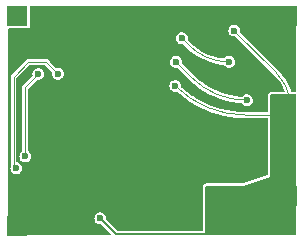
<source format=gbl>
%TF.GenerationSoftware,KiCad,Pcbnew,8.0.7*%
%TF.CreationDate,2024-12-30T16:44:34+01:00*%
%TF.ProjectId,arnie48,61726e69-6534-4382-9e6b-696361645f70,rev?*%
%TF.SameCoordinates,Original*%
%TF.FileFunction,Copper,L2,Bot*%
%TF.FilePolarity,Positive*%
%FSLAX46Y46*%
G04 Gerber Fmt 4.6, Leading zero omitted, Abs format (unit mm)*
G04 Created by KiCad (PCBNEW 8.0.7) date 2024-12-30 16:44:34*
%MOMM*%
%LPD*%
G01*
G04 APERTURE LIST*
%TA.AperFunction,ComponentPad*%
%ADD10R,1.700000X1.700000*%
%TD*%
%TA.AperFunction,ViaPad*%
%ADD11C,0.600000*%
%TD*%
%TA.AperFunction,Conductor*%
%ADD12C,0.200000*%
%TD*%
%TA.AperFunction,Conductor*%
%ADD13C,0.125000*%
%TD*%
%TA.AperFunction,Conductor*%
%ADD14C,0.100000*%
%TD*%
G04 APERTURE END LIST*
D10*
%TO.P,J3,1,Pin_1*%
%TO.N,GND*%
X98930000Y-106110000D03*
%TD*%
%TO.P,J4,1,Pin_1*%
%TO.N,GND*%
X76070000Y-123890000D03*
%TD*%
%TO.P,J1,1,Pin_1*%
%TO.N,Vin*%
X76070000Y-106110000D03*
%TD*%
%TO.P,J2,1,Pin_1*%
%TO.N,Vout*%
X98930000Y-121350000D03*
%TD*%
D11*
%TO.N,GND*%
X86000000Y-117250000D03*
X95250000Y-119000000D03*
X83800000Y-113250000D03*
X91000000Y-106500000D03*
X89500000Y-111000000D03*
X97700000Y-109700000D03*
X86000000Y-113250000D03*
X95500000Y-115250000D03*
X88000000Y-115750000D03*
X99250000Y-111250000D03*
X83800000Y-117250000D03*
X89500000Y-109000000D03*
X80400000Y-110800000D03*
X83000000Y-109250000D03*
X84000000Y-109250000D03*
%TO.N,Vout*%
X89450000Y-112038181D03*
X96250000Y-121500000D03*
X94450000Y-107350000D03*
X99250000Y-114500000D03*
X92500000Y-122750000D03*
X99250000Y-124250000D03*
X92500000Y-121500000D03*
X98000000Y-119000000D03*
X83100000Y-123250000D03*
%TO.N,/ID_UVLO*%
X76750000Y-118000000D03*
X77862201Y-111025000D03*
%TO.N,/ID_OVLO*%
X76000000Y-119000000D03*
X79500000Y-111000000D03*
%TO.N,/DCDC_UVLO*%
X89500000Y-110000000D03*
X95500000Y-113250000D03*
%TO.N,Net-(U2-PG)*%
X94000000Y-110000000D03*
X90000000Y-108000000D03*
%TD*%
D12*
%TO.N,Vout*%
X83100000Y-123250000D02*
X84450000Y-124600000D01*
X95680000Y-124600000D02*
X96390000Y-123890000D01*
D13*
X99250000Y-114500000D02*
X95393356Y-114500000D01*
X99204359Y-114454359D02*
X99204359Y-113344258D01*
D12*
X96390000Y-123890000D02*
X96271917Y-124004936D01*
D13*
X97941852Y-110841852D02*
X94450000Y-107350000D01*
D12*
X84450000Y-124600000D02*
X95680000Y-124600000D01*
D13*
X99250000Y-114500000D02*
X99204359Y-114454359D01*
X95393356Y-114500000D02*
G75*
G02*
X89450017Y-112038164I44J8405200D01*
G01*
X99204359Y-113344258D02*
G75*
G03*
X97941862Y-110841842I-4442959J-671842D01*
G01*
D14*
%TO.N,/ID_UVLO*%
X77862201Y-111025000D02*
X76750000Y-112137201D01*
X76750000Y-112137201D02*
X76750000Y-118000000D01*
%TO.N,/ID_OVLO*%
X78500000Y-110000000D02*
X79500000Y-111000000D01*
X75750000Y-111250000D02*
X77000000Y-110000000D01*
X75750000Y-118750000D02*
X75750000Y-111250000D01*
X76000000Y-119000000D02*
X75750000Y-118750000D01*
X77000000Y-110000000D02*
X78500000Y-110000000D01*
D13*
%TO.N,/DCDC_UVLO*%
X90805457Y-111305456D02*
X89500000Y-110000000D01*
X95500000Y-113250000D02*
G75*
G02*
X90805454Y-111305459I0J6639100D01*
G01*
%TO.N,Net-(U2-PG)*%
X90585787Y-108585786D02*
X90000000Y-108000000D01*
X94000000Y-110000000D02*
G75*
G02*
X90585792Y-108585781I0J4828400D01*
G01*
%TD*%
%TA.AperFunction,Conductor*%
%TO.N,Vout*%
G36*
X99681487Y-112768013D02*
G01*
X99699500Y-112811500D01*
X99699500Y-120963000D01*
X99681487Y-121006487D01*
X99638000Y-121024500D01*
X99387145Y-121024500D01*
X99304366Y-121046680D01*
X99304362Y-121046682D01*
X99230139Y-121089534D01*
X99230134Y-121089538D01*
X99169538Y-121150134D01*
X99169534Y-121150139D01*
X99126682Y-121224362D01*
X99126680Y-121224366D01*
X99104500Y-121307144D01*
X99104500Y-121392855D01*
X99126680Y-121475633D01*
X99126681Y-121475635D01*
X99126682Y-121475638D01*
X99169535Y-121549862D01*
X99230138Y-121610465D01*
X99304362Y-121653318D01*
X99304366Y-121653319D01*
X99387145Y-121675500D01*
X99387147Y-121675500D01*
X99638000Y-121675500D01*
X99681487Y-121693513D01*
X99699500Y-121737000D01*
X99699500Y-124638000D01*
X99681487Y-124681487D01*
X99638000Y-124699500D01*
X92061500Y-124699500D01*
X92018013Y-124681487D01*
X92000000Y-124638000D01*
X92000000Y-120561500D01*
X92018013Y-120518013D01*
X92061500Y-120500000D01*
X95250001Y-120500000D01*
X97500000Y-119750000D01*
X97500000Y-112811500D01*
X97518013Y-112768013D01*
X97561500Y-112750000D01*
X99638000Y-112750000D01*
X99681487Y-112768013D01*
G37*
%TD.AperFunction*%
%TD*%
%TA.AperFunction,Conductor*%
%TO.N,GND*%
G36*
X98586487Y-105318513D02*
G01*
X98604500Y-105362000D01*
X98604500Y-105652855D01*
X98626680Y-105735633D01*
X98626681Y-105735635D01*
X98626682Y-105735638D01*
X98669535Y-105809862D01*
X98730138Y-105870465D01*
X98804362Y-105913318D01*
X98814145Y-105915939D01*
X98887145Y-105935500D01*
X98887147Y-105935500D01*
X98972854Y-105935500D01*
X99026867Y-105921027D01*
X99049793Y-105914884D01*
X99096461Y-105921027D01*
X99125115Y-105958370D01*
X99125116Y-105990205D01*
X99104500Y-106067147D01*
X99104500Y-106152855D01*
X99126680Y-106235633D01*
X99126681Y-106235635D01*
X99126682Y-106235638D01*
X99169535Y-106309862D01*
X99230138Y-106370465D01*
X99304362Y-106413318D01*
X99304366Y-106413319D01*
X99387145Y-106435500D01*
X99387147Y-106435500D01*
X99638000Y-106435500D01*
X99681487Y-106453513D01*
X99699500Y-106497000D01*
X99699500Y-112483000D01*
X99681487Y-112526487D01*
X99638000Y-112544500D01*
X99329529Y-112544500D01*
X99286042Y-112526487D01*
X99270936Y-112501683D01*
X99235770Y-112391396D01*
X99235769Y-112391395D01*
X99235768Y-112391390D01*
X99093017Y-112042080D01*
X98923045Y-111705176D01*
X98899049Y-111665733D01*
X98821346Y-111538007D01*
X98726920Y-111382793D01*
X98726450Y-111382143D01*
X98571284Y-111167457D01*
X98505876Y-111076959D01*
X98440376Y-110999999D01*
X98261313Y-110789606D01*
X98261303Y-110789595D01*
X98169214Y-110697348D01*
X98168889Y-110696951D01*
X98127960Y-110656022D01*
X98091724Y-110619715D01*
X98091273Y-110619335D01*
X94960607Y-107488669D01*
X94942594Y-107445182D01*
X94943220Y-107436429D01*
X94943633Y-107433559D01*
X94955647Y-107350000D01*
X94935165Y-107207543D01*
X94913680Y-107160499D01*
X94888130Y-107104552D01*
X94875377Y-107076627D01*
X94781128Y-106967857D01*
X94781125Y-106967855D01*
X94781124Y-106967854D01*
X94660055Y-106890048D01*
X94660048Y-106890045D01*
X94571076Y-106863921D01*
X94521961Y-106849500D01*
X94378039Y-106849500D01*
X94239951Y-106890045D01*
X94239944Y-106890048D01*
X94118875Y-106967854D01*
X94118874Y-106967855D01*
X94118872Y-106967856D01*
X94118872Y-106967857D01*
X94108566Y-106979751D01*
X94024622Y-107076627D01*
X94024622Y-107076628D01*
X93964836Y-107207538D01*
X93964835Y-107207542D01*
X93944353Y-107349999D01*
X93944353Y-107350000D01*
X93964835Y-107492457D01*
X93964836Y-107492461D01*
X94024622Y-107623371D01*
X94024622Y-107623372D01*
X94024623Y-107623373D01*
X94118872Y-107732143D01*
X94239947Y-107809953D01*
X94378039Y-107850500D01*
X94521961Y-107850500D01*
X94530698Y-107847934D01*
X94577498Y-107852961D01*
X94591516Y-107863454D01*
X97754804Y-111026742D01*
X97756534Y-111028544D01*
X97981355Y-111272415D01*
X97984505Y-111276116D01*
X98188575Y-111536102D01*
X98191418Y-111540035D01*
X98374237Y-111815344D01*
X98376771Y-111819509D01*
X98537205Y-112108429D01*
X98539401Y-112112781D01*
X98676451Y-112413511D01*
X98678295Y-112418024D01*
X98694267Y-112462009D01*
X98692178Y-112509033D01*
X98657451Y-112540807D01*
X98636460Y-112544500D01*
X97561497Y-112544500D01*
X97482864Y-112560141D01*
X97482847Y-112560146D01*
X97439376Y-112578152D01*
X97439375Y-112578153D01*
X97381079Y-112614782D01*
X97328154Y-112689372D01*
X97310146Y-112732847D01*
X97310141Y-112732864D01*
X97294500Y-112811496D01*
X97294500Y-114175500D01*
X97276487Y-114218987D01*
X97233000Y-114237000D01*
X95394362Y-114237000D01*
X95392349Y-114236967D01*
X94862849Y-114219629D01*
X94858834Y-114219366D01*
X94332600Y-114167534D01*
X94328610Y-114167009D01*
X93806874Y-114080868D01*
X93802927Y-114080082D01*
X93287984Y-113960012D01*
X93284096Y-113958971D01*
X92778069Y-113805468D01*
X92774258Y-113804174D01*
X92279374Y-113617910D01*
X92275656Y-113616370D01*
X91794004Y-113398135D01*
X91790395Y-113396355D01*
X91324056Y-113147090D01*
X91320571Y-113145078D01*
X90962373Y-112922335D01*
X90871522Y-112865840D01*
X90868197Y-112863618D01*
X90438351Y-112555594D01*
X90435172Y-112553154D01*
X90260521Y-112409821D01*
X90026423Y-112217700D01*
X90023399Y-112215049D01*
X90013687Y-112205953D01*
X89964669Y-112160042D01*
X89945244Y-112117168D01*
X89945836Y-112106414D01*
X89955647Y-112038181D01*
X89935165Y-111895724D01*
X89875377Y-111764808D01*
X89781128Y-111656038D01*
X89781125Y-111656036D01*
X89781124Y-111656035D01*
X89660055Y-111578229D01*
X89660048Y-111578226D01*
X89571076Y-111552102D01*
X89521961Y-111537681D01*
X89378039Y-111537681D01*
X89239951Y-111578226D01*
X89239944Y-111578229D01*
X89118875Y-111656035D01*
X89118874Y-111656036D01*
X89024622Y-111764808D01*
X89024622Y-111764809D01*
X88964836Y-111895719D01*
X88964835Y-111895723D01*
X88944353Y-112038180D01*
X88944353Y-112038181D01*
X88964835Y-112180638D01*
X88964836Y-112180642D01*
X89024622Y-112311552D01*
X89024622Y-112311553D01*
X89024623Y-112311554D01*
X89118872Y-112420324D01*
X89239947Y-112498134D01*
X89378039Y-112538681D01*
X89521960Y-112538681D01*
X89521961Y-112538681D01*
X89544362Y-112532103D01*
X89591162Y-112537134D01*
X89602471Y-112545079D01*
X89841353Y-112756711D01*
X89841372Y-112756727D01*
X90253730Y-113079790D01*
X90253735Y-113079794D01*
X90684821Y-113377352D01*
X90684843Y-113377367D01*
X90684857Y-113377375D01*
X90684864Y-113377380D01*
X90926363Y-113523372D01*
X91133142Y-113648375D01*
X91596986Y-113891820D01*
X92074682Y-114106816D01*
X92074693Y-114106820D01*
X92074692Y-114106820D01*
X92564454Y-114292565D01*
X92564476Y-114292572D01*
X92564488Y-114292577D01*
X92564504Y-114292582D01*
X92564510Y-114292584D01*
X93064614Y-114448424D01*
X93064611Y-114448424D01*
X93204646Y-114482939D01*
X93573242Y-114573793D01*
X94088509Y-114668221D01*
X94608538Y-114731367D01*
X95131430Y-114762998D01*
X95328809Y-114762998D01*
X95328813Y-114763000D01*
X95341042Y-114763000D01*
X95393355Y-114763000D01*
X95439729Y-114763000D01*
X97233000Y-114763000D01*
X97276487Y-114781013D01*
X97294500Y-114824500D01*
X97294500Y-119557557D01*
X97276487Y-119601044D01*
X97252448Y-119615901D01*
X95226122Y-120291344D01*
X95206674Y-120294500D01*
X92061497Y-120294500D01*
X91982864Y-120310141D01*
X91982847Y-120310146D01*
X91939376Y-120328152D01*
X91939375Y-120328153D01*
X91881079Y-120364782D01*
X91828154Y-120439372D01*
X91810146Y-120482847D01*
X91810141Y-120482864D01*
X91794500Y-120561496D01*
X91794500Y-124238000D01*
X91776487Y-124281487D01*
X91733000Y-124299500D01*
X84599945Y-124299500D01*
X84556458Y-124281487D01*
X83617273Y-123342302D01*
X83599260Y-123298815D01*
X83599885Y-123290070D01*
X83605647Y-123250000D01*
X83585165Y-123107543D01*
X83525377Y-122976627D01*
X83431128Y-122867857D01*
X83431125Y-122867855D01*
X83431124Y-122867854D01*
X83310055Y-122790048D01*
X83310048Y-122790045D01*
X83221076Y-122763921D01*
X83171961Y-122749500D01*
X83028039Y-122749500D01*
X82889951Y-122790045D01*
X82889944Y-122790048D01*
X82768875Y-122867854D01*
X82768874Y-122867855D01*
X82674622Y-122976627D01*
X82674622Y-122976628D01*
X82614836Y-123107538D01*
X82614835Y-123107542D01*
X82594353Y-123249999D01*
X82594353Y-123250000D01*
X82614835Y-123392457D01*
X82614836Y-123392461D01*
X82674622Y-123523371D01*
X82674622Y-123523372D01*
X82674623Y-123523373D01*
X82768872Y-123632143D01*
X82889947Y-123709953D01*
X83028039Y-123750500D01*
X83150055Y-123750500D01*
X83193542Y-123768513D01*
X84019542Y-124594513D01*
X84037555Y-124638000D01*
X84019542Y-124681487D01*
X83976055Y-124699500D01*
X75362000Y-124699500D01*
X75318513Y-124681487D01*
X75300500Y-124638000D01*
X75300500Y-118999998D01*
X75494353Y-118999998D01*
X75494353Y-119000000D01*
X75514835Y-119142457D01*
X75514836Y-119142461D01*
X75574622Y-119273371D01*
X75574622Y-119273372D01*
X75574623Y-119273373D01*
X75668872Y-119382143D01*
X75789947Y-119459953D01*
X75928039Y-119500500D01*
X76071961Y-119500500D01*
X76210053Y-119459953D01*
X76331128Y-119382143D01*
X76425377Y-119273373D01*
X76485165Y-119142457D01*
X76505647Y-119000000D01*
X76485165Y-118857543D01*
X76425377Y-118726627D01*
X76331128Y-118617857D01*
X76331125Y-118617855D01*
X76331124Y-118617854D01*
X76210055Y-118540048D01*
X76210048Y-118540045D01*
X76121076Y-118513921D01*
X76071961Y-118499500D01*
X76071960Y-118499500D01*
X76062000Y-118499500D01*
X76018513Y-118481487D01*
X76000500Y-118438000D01*
X76000500Y-117999999D01*
X76244353Y-117999999D01*
X76244353Y-118000000D01*
X76264835Y-118142457D01*
X76264836Y-118142461D01*
X76324622Y-118273371D01*
X76324622Y-118273372D01*
X76324623Y-118273373D01*
X76418872Y-118382143D01*
X76539947Y-118459953D01*
X76678039Y-118500500D01*
X76821961Y-118500500D01*
X76960053Y-118459953D01*
X77081128Y-118382143D01*
X77175377Y-118273373D01*
X77235165Y-118142457D01*
X77255647Y-118000000D01*
X77235165Y-117857543D01*
X77175377Y-117726627D01*
X77081128Y-117617857D01*
X77057916Y-117602939D01*
X77028750Y-117584195D01*
X77001905Y-117545530D01*
X77000500Y-117532458D01*
X77000500Y-112266434D01*
X77018512Y-112222948D01*
X77707018Y-111534441D01*
X77750504Y-111516429D01*
X77767830Y-111518920D01*
X77771899Y-111520114D01*
X77790240Y-111525500D01*
X77934162Y-111525500D01*
X78072254Y-111484953D01*
X78193329Y-111407143D01*
X78287578Y-111298373D01*
X78347366Y-111167457D01*
X78367848Y-111025000D01*
X78347366Y-110882543D01*
X78340561Y-110867643D01*
X78324467Y-110832403D01*
X78287578Y-110751627D01*
X78193329Y-110642857D01*
X78193326Y-110642855D01*
X78193325Y-110642854D01*
X78072256Y-110565048D01*
X78072249Y-110565045D01*
X77983277Y-110538921D01*
X77934162Y-110524500D01*
X77790240Y-110524500D01*
X77652152Y-110565045D01*
X77652145Y-110565048D01*
X77531076Y-110642854D01*
X77531075Y-110642855D01*
X77436823Y-110751627D01*
X77436823Y-110751628D01*
X77377037Y-110882538D01*
X77377036Y-110882542D01*
X77356554Y-111024999D01*
X77356554Y-111025000D01*
X77371202Y-111126884D01*
X77359561Y-111172492D01*
X77353815Y-111179123D01*
X76599453Y-111933486D01*
X76537636Y-111995303D01*
X76499500Y-112087372D01*
X76499500Y-117532458D01*
X76481487Y-117575945D01*
X76471250Y-117584195D01*
X76418873Y-117617856D01*
X76324622Y-117726627D01*
X76324622Y-117726628D01*
X76264836Y-117857538D01*
X76264835Y-117857542D01*
X76244353Y-117999999D01*
X76000500Y-117999999D01*
X76000500Y-111379234D01*
X76018513Y-111335747D01*
X77085747Y-110268513D01*
X77129234Y-110250500D01*
X78370765Y-110250500D01*
X78414252Y-110268513D01*
X78991614Y-110845875D01*
X79009627Y-110889362D01*
X79009001Y-110898114D01*
X78994353Y-110999999D01*
X78994353Y-111000000D01*
X79014835Y-111142457D01*
X79014836Y-111142461D01*
X79074622Y-111273371D01*
X79074622Y-111273372D01*
X79077009Y-111276127D01*
X79168872Y-111382143D01*
X79289947Y-111459953D01*
X79428039Y-111500500D01*
X79571961Y-111500500D01*
X79710053Y-111459953D01*
X79831128Y-111382143D01*
X79925377Y-111273373D01*
X79985165Y-111142457D01*
X80005647Y-111000000D01*
X79985165Y-110857543D01*
X79979836Y-110845875D01*
X79954133Y-110789594D01*
X79925377Y-110726627D01*
X79831128Y-110617857D01*
X79831125Y-110617855D01*
X79831124Y-110617854D01*
X79710055Y-110540048D01*
X79710048Y-110540045D01*
X79619488Y-110513455D01*
X79571961Y-110499500D01*
X79428039Y-110499500D01*
X79405628Y-110506080D01*
X79358828Y-110501046D01*
X79344817Y-110490557D01*
X78996721Y-110142461D01*
X78854259Y-109999999D01*
X88994353Y-109999999D01*
X88994353Y-110000000D01*
X89014835Y-110142457D01*
X89014836Y-110142461D01*
X89074622Y-110273371D01*
X89074622Y-110273372D01*
X89074623Y-110273373D01*
X89168872Y-110382143D01*
X89289947Y-110459953D01*
X89428039Y-110500500D01*
X89571960Y-110500500D01*
X89571961Y-110500500D01*
X89580703Y-110497933D01*
X89627503Y-110502965D01*
X89641516Y-110513455D01*
X90603937Y-111475875D01*
X90603942Y-111475885D01*
X90619485Y-111491428D01*
X90793793Y-111665736D01*
X91166391Y-111988594D01*
X91559312Y-112282730D01*
X91561076Y-112284051D01*
X91561082Y-112284055D01*
X91975804Y-112550580D01*
X91975813Y-112550585D01*
X91975825Y-112550593D01*
X92408536Y-112786870D01*
X92408539Y-112786871D01*
X92408542Y-112786873D01*
X92462459Y-112811496D01*
X92857001Y-112991677D01*
X92857010Y-112991680D01*
X92857020Y-112991685D01*
X93213473Y-113124633D01*
X93318934Y-113163968D01*
X93318944Y-113163971D01*
X93318950Y-113163973D01*
X93583364Y-113241611D01*
X93791980Y-113302867D01*
X94273731Y-113407665D01*
X94761730Y-113477829D01*
X94761734Y-113477829D01*
X94761739Y-113477830D01*
X95028311Y-113496895D01*
X95070403Y-113517964D01*
X95073365Y-113521921D01*
X95074622Y-113523372D01*
X95074623Y-113523373D01*
X95168872Y-113632143D01*
X95168874Y-113632144D01*
X95168875Y-113632145D01*
X95229409Y-113671048D01*
X95289947Y-113709953D01*
X95428039Y-113750500D01*
X95571961Y-113750500D01*
X95710053Y-113709953D01*
X95831128Y-113632143D01*
X95925377Y-113523373D01*
X95985165Y-113392457D01*
X96005647Y-113250000D01*
X95985165Y-113107543D01*
X95972490Y-113079790D01*
X95962266Y-113057403D01*
X95925377Y-112976627D01*
X95831128Y-112867857D01*
X95831125Y-112867855D01*
X95831124Y-112867854D01*
X95710055Y-112790048D01*
X95710048Y-112790045D01*
X95596574Y-112756727D01*
X95571961Y-112749500D01*
X95428039Y-112749500D01*
X95289951Y-112790045D01*
X95289944Y-112790048D01*
X95168875Y-112867854D01*
X95168869Y-112867859D01*
X95097941Y-112949714D01*
X95055850Y-112970783D01*
X95049273Y-112970901D01*
X95047337Y-112970832D01*
X95042953Y-112970519D01*
X94594767Y-112922335D01*
X94590421Y-112921710D01*
X94146828Y-112841677D01*
X94142539Y-112840744D01*
X93705777Y-112729267D01*
X93701564Y-112728030D01*
X93273869Y-112585680D01*
X93269756Y-112584146D01*
X92874258Y-112420326D01*
X92853298Y-112411644D01*
X92849307Y-112409821D01*
X92446234Y-112208057D01*
X92442380Y-112205953D01*
X92054707Y-111975936D01*
X92051014Y-111973562D01*
X91680750Y-111716484D01*
X91677253Y-111713867D01*
X91326241Y-111431003D01*
X91322959Y-111428159D01*
X90992306Y-111120312D01*
X90990726Y-111118787D01*
X90514793Y-110642854D01*
X90010606Y-110138668D01*
X89992594Y-110095182D01*
X89993220Y-110086429D01*
X89994774Y-110075623D01*
X90005647Y-110000000D01*
X89985165Y-109857543D01*
X89925377Y-109726627D01*
X89831128Y-109617857D01*
X89831125Y-109617855D01*
X89831124Y-109617854D01*
X89710055Y-109540048D01*
X89710048Y-109540045D01*
X89621076Y-109513921D01*
X89571961Y-109499500D01*
X89428039Y-109499500D01*
X89289951Y-109540045D01*
X89289944Y-109540048D01*
X89168875Y-109617854D01*
X89168874Y-109617855D01*
X89168872Y-109617856D01*
X89168872Y-109617857D01*
X89149011Y-109640777D01*
X89074622Y-109726627D01*
X89074622Y-109726628D01*
X89014836Y-109857538D01*
X89014835Y-109857542D01*
X88994353Y-109999999D01*
X78854259Y-109999999D01*
X78641897Y-109787636D01*
X78549828Y-109749500D01*
X76950172Y-109749500D01*
X76950171Y-109749500D01*
X76858102Y-109787636D01*
X76787635Y-109858104D01*
X75599453Y-111046285D01*
X75537636Y-111108102D01*
X75499500Y-111200171D01*
X75499500Y-118799830D01*
X75510587Y-118826596D01*
X75514642Y-118858882D01*
X75494353Y-118999998D01*
X75300500Y-118999998D01*
X75300500Y-107999999D01*
X89494353Y-107999999D01*
X89494353Y-108000000D01*
X89514835Y-108142457D01*
X89514836Y-108142461D01*
X89574622Y-108273371D01*
X89574622Y-108273372D01*
X89574623Y-108273373D01*
X89668872Y-108382143D01*
X89789947Y-108459953D01*
X89928039Y-108500500D01*
X90071961Y-108500500D01*
X90080698Y-108497934D01*
X90127498Y-108502961D01*
X90141516Y-108513454D01*
X90441443Y-108813380D01*
X90441492Y-108813419D01*
X90541273Y-108913201D01*
X90791114Y-109126587D01*
X90845505Y-109173041D01*
X90845508Y-109173044D01*
X91032984Y-109309253D01*
X91169175Y-109408202D01*
X91169179Y-109408204D01*
X91169184Y-109408208D01*
X91256426Y-109461670D01*
X91510303Y-109617247D01*
X91510307Y-109617249D01*
X91510312Y-109617252D01*
X91608064Y-109667059D01*
X91866781Y-109798883D01*
X92236412Y-109951989D01*
X92616915Y-110075623D01*
X93005946Y-110169022D01*
X93401105Y-110231609D01*
X93401120Y-110231610D01*
X93401128Y-110231611D01*
X93447028Y-110235223D01*
X93525225Y-110241377D01*
X93567165Y-110262745D01*
X93571776Y-110269972D01*
X93572244Y-110269672D01*
X93574620Y-110273370D01*
X93574623Y-110273373D01*
X93668872Y-110382143D01*
X93789947Y-110459953D01*
X93928039Y-110500500D01*
X94071961Y-110500500D01*
X94210053Y-110459953D01*
X94331128Y-110382143D01*
X94425377Y-110273373D01*
X94485165Y-110142457D01*
X94505647Y-110000000D01*
X94485165Y-109857543D01*
X94425377Y-109726627D01*
X94331128Y-109617857D01*
X94331125Y-109617855D01*
X94331124Y-109617854D01*
X94210055Y-109540048D01*
X94210048Y-109540045D01*
X94121076Y-109513921D01*
X94071961Y-109499500D01*
X93928039Y-109499500D01*
X93789951Y-109540045D01*
X93789944Y-109540048D01*
X93668875Y-109617854D01*
X93668869Y-109617859D01*
X93604560Y-109692075D01*
X93562469Y-109713144D01*
X93550055Y-109712775D01*
X93209882Y-109667991D01*
X93204598Y-109667059D01*
X92821008Y-109582018D01*
X92815829Y-109580631D01*
X92697937Y-109543459D01*
X92441095Y-109462477D01*
X92436054Y-109460642D01*
X92073046Y-109310279D01*
X92068183Y-109308011D01*
X91719674Y-109126587D01*
X91715028Y-109123904D01*
X91383643Y-108912787D01*
X91379248Y-108909710D01*
X91067533Y-108670522D01*
X91063423Y-108667073D01*
X90772633Y-108400611D01*
X90770695Y-108398756D01*
X90510607Y-108138668D01*
X90492594Y-108095181D01*
X90493220Y-108086428D01*
X90505647Y-108000000D01*
X90485165Y-107857543D01*
X90483072Y-107852961D01*
X90427897Y-107732145D01*
X90425377Y-107726627D01*
X90331128Y-107617857D01*
X90331125Y-107617855D01*
X90331124Y-107617854D01*
X90210055Y-107540048D01*
X90210048Y-107540045D01*
X90121076Y-107513921D01*
X90071961Y-107499500D01*
X89928039Y-107499500D01*
X89789951Y-107540045D01*
X89789944Y-107540048D01*
X89668875Y-107617854D01*
X89668874Y-107617855D01*
X89668872Y-107617856D01*
X89668872Y-107617857D01*
X89649011Y-107640777D01*
X89574622Y-107726627D01*
X89574622Y-107726628D01*
X89514836Y-107857538D01*
X89514835Y-107857542D01*
X89494353Y-107999999D01*
X75300500Y-107999999D01*
X75300500Y-107222000D01*
X75318513Y-107178513D01*
X75362000Y-107160500D01*
X76939751Y-107160500D01*
X76939751Y-107160499D01*
X76998231Y-107148867D01*
X77064552Y-107104552D01*
X77108867Y-107038231D01*
X77120499Y-106979751D01*
X77120500Y-106979751D01*
X77120500Y-105362000D01*
X77138513Y-105318513D01*
X77182000Y-105300500D01*
X98543000Y-105300500D01*
X98586487Y-105318513D01*
G37*
%TD.AperFunction*%
%TA.AperFunction,Conductor*%
G36*
X99681487Y-105318513D02*
G01*
X99699500Y-105362000D01*
X99699500Y-105723000D01*
X99681487Y-105766487D01*
X99638000Y-105784500D01*
X99387147Y-105784500D01*
X99310205Y-105805116D01*
X99263538Y-105798971D01*
X99234883Y-105761628D01*
X99234884Y-105729793D01*
X99255500Y-105652855D01*
X99255500Y-105362000D01*
X99273513Y-105318513D01*
X99317000Y-105300500D01*
X99638000Y-105300500D01*
X99681487Y-105318513D01*
G37*
%TD.AperFunction*%
%TD*%
M02*

</source>
